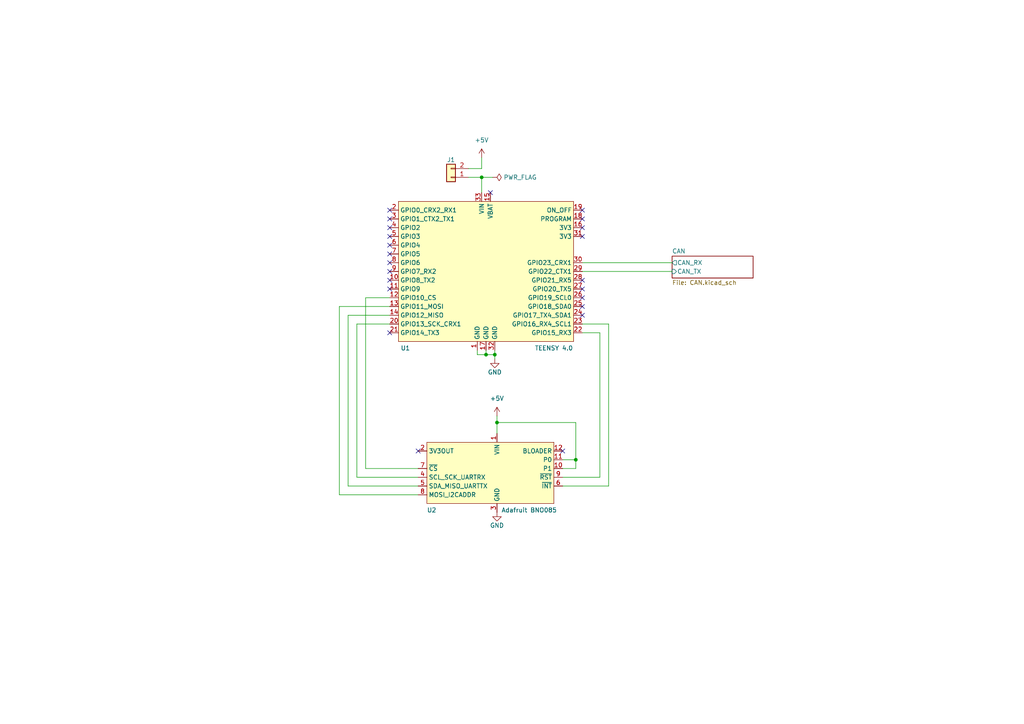
<source format=kicad_sch>
(kicad_sch (version 20230121) (generator eeschema)
  (paper "A4")
  (title_block (title "Tandem Leveller IMU") (date "2025-02-20") (rev "V1.0") (company "(C) andy@britishideas.com 2025") (comment 1 "For personal use only, no commercial use") (comment 2 "Provided as-is, no warranty express or implied. Use at your own risk"))
  (lib_symbols
    (symbol "BritishIdeas2:Adafruit_BNO085"
      (property "Reference" "U" (at 1.27 -1.27 0))
      (property "Value" "Adafruit BNO085" (at 29.21 -1.27 0))
      (symbol "Adafruit_BNO085_1_1"
        (rectangle (start 0 17.78) (end 36.83 0) (fill (type background)))
        (pin power_in line (at 20.32 20.32 270) (length 2.54) (name "VIN") (number "1"))
        (pin input line (at 39.37 10.16 180) (length 2.54) (name "P1") (number "10"))
        (pin input line (at 39.37 12.7 180) (length 2.54) (name "P0") (number "11"))
        (pin input line (at 39.37 15.24 180) (length 2.54) (name "BLOADER") (number "12"))
        (pin power_out line (at -2.54 15.24 0) (length 2.54) (name "3V3OUT") (number "2"))
        (pin power_in line (at 20.32 -2.54 90) (length 2.54) (name "GND") (number "3"))
        (pin input line (at -2.54 7.62 0) (length 2.54) (name "SCL_SCK_UARTRX") (number "4"))
        (pin bidirectional line (at -2.54 5.08 0) (length 2.54) (name "SDA_MISO_UARTTX") (number "5"))
        (pin output line (at 39.37 5.08 180) (length 2.54) (name "~{INT}") (number "6"))
        (pin input line (at -2.54 10.16 0) (length 2.54) (name "~{CS}") (number "7"))
        (pin input line (at -2.54 2.54 0) (length 2.54) (name "MOSI_I2CADDR") (number "8"))
        (pin input line (at 39.37 7.62 180) (length 2.54) (name "~{RST}") (number "9"))
      )
    )
    (symbol "BritishIdeas2:Teensy_4.0"
      (property "Reference" "U" (at -27.94 -15.24 0))
      (symbol "Teensy_4.0_1_1"
        (rectangle (start 0 123.19) (end 50.8 82.55) (fill (type background)))
        (pin power_in line (at 22.86 80.01 90) (length 2.54) (name "GND") (number "1"))
        (pin passive line (at -2.54 100.33 0) (length 2.54) (name "GPIO8_TX2") (number "10"))
        (pin passive line (at -2.54 97.79 0) (length 2.54) (name "GPIO9") (number "11"))
        (pin passive line (at -2.54 95.25 0) (length 2.54) (name "GPIO10_CS") (number "12"))
        (pin passive line (at -2.54 92.71 0) (length 2.54) (name "GPIO11_MOSI") (number "13"))
        (pin passive line (at -2.54 90.17 0) (length 2.54) (name "GPIO12_MISO") (number "14"))
        (pin power_in line (at 26.67 125.73 270) (length 2.54) (name "VBAT") (number "15"))
        (pin power_out line (at 53.34 115.57 180) (length 2.54) (name "3V3") (number "16"))
        (pin power_in line (at 25.4 80.01 90) (length 2.54) (name "GND") (number "17"))
        (pin input line (at 53.34 118.11 180) (length 2.54) (name "PROGRAM") (number "18"))
        (pin input line (at 53.34 120.65 180) (length 2.54) (name "ON_OFF") (number "19"))
        (pin passive line (at -2.54 120.65 0) (length 2.54) (name "GPIO0_CRX2_RX1") (number "2"))
        (pin passive line (at -2.54 87.63 0) (length 2.54) (name "GPIO13_SCK_CRX1") (number "20"))
        (pin passive line (at -2.54 85.09 0) (length 2.54) (name "GPIO14_TX3") (number "21"))
        (pin passive line (at 53.34 85.09 180) (length 2.54) (name "GPIO15_RX3") (number "22"))
        (pin passive line (at 53.34 87.63 180) (length 2.54) (name "GPIO16_RX4_SCL1") (number "23"))
        (pin passive line (at 53.34 90.17 180) (length 2.54) (name "GPIO17_TX4_SDA1") (number "24"))
        (pin passive line (at 53.34 92.71 180) (length 2.54) (name "GPIO18_SDA0") (number "25"))
        (pin passive line (at 53.34 95.25 180) (length 2.54) (name "GPIO19_SCL0") (number "26"))
        (pin passive line (at 53.34 97.79 180) (length 2.54) (name "GPIO20_TX5") (number "27"))
        (pin passive line (at 53.34 100.33 180) (length 2.54) (name "GPIO21_RX5") (number "28"))
        (pin passive line (at 53.34 102.87 180) (length 2.54) (name "GPIO22_CTX1") (number "29"))
        (pin passive line (at -2.54 118.11 0) (length 2.54) (name "GPIO1_CTX2_TX1") (number "3"))
        (pin passive line (at 53.34 105.41 180) (length 2.54) (name "GPIO23_CRX1") (number "30"))
        (pin power_out line (at 53.34 113.03 180) (length 2.54) (name "3V3") (number "31"))
        (pin power_in line (at 27.94 80.01 90) (length 2.54) (name "GND") (number "32"))
        (pin power_in line (at 24.13 125.73 270) (length 2.54) (name "VIN") (number "33"))
        (pin passive line (at -2.54 115.57 0) (length 2.54) (name "GPIO2") (number "4"))
        (pin passive line (at -2.54 113.03 0) (length 2.54) (name "GPIO3") (number "5"))
        (pin passive line (at -2.54 110.49 0) (length 2.54) (name "GPIO4") (number "6"))
        (pin passive line (at -2.54 107.95 0) (length 2.54) (name "GPIO5") (number "7"))
        (pin passive line (at -2.54 105.41 0) (length 2.54) (name "GPIO6") (number "8"))
        (pin passive line (at -2.54 102.87 0) (length 2.54) (name "GPIO7_RX2") (number "9"))
      )
    )
    (symbol "Connector_Generic:Conn_01x02" (pin_names (offset 1.016) hide)
      (property "Reference" "J" (at 0 2.54 0))
      (property "Value" "Conn_01x02" (at 0 -5.08 0))
      (symbol "Conn_01x02_1_1"
        (rectangle (start -1.27 -2.413) (end 0 -2.667) (stroke (width 0.1524)))
        (rectangle (start -1.27 0.127) (end 0 -0.127) (stroke (width 0.1524)))
        (rectangle (start -1.27 1.27) (end 1.27 -3.81) (stroke (width 0.254)) (fill (type background)))
        (pin passive line (at -5.08 0 0) (length 3.81) (name "Pin_1") (number "1"))
        (pin passive line (at -5.08 -2.54 0) (length 3.81) (name "Pin_2") (number "2"))
      )
    )
    (symbol "power:+5V" (power) (pin_names (offset 0))
      (property "Value" "+5V" (at 0 3.556 0))
      (symbol "+5V_0_1"
        (polyline (pts (xy -0.762 1.27) (xy 0 2.54)))
        (polyline (pts (xy 0 0) (xy 0 2.54)))
        (polyline (pts (xy 0 2.54) (xy 0.762 1.27)))
      )
      (symbol "+5V_1_1"
        (pin power_in line (at 0 0 90) (length 0) hide (name "+5V") (number "1"))
      )
    )
    (symbol "power:GND" (power) (pin_names (offset 0))
      (property "Value" "GND" (at 0 -3.81 0))
      (symbol "GND_0_1"
        (polyline (pts (xy 0 0) (xy 0 -1.27) (xy 1.27 -1.27) (xy 0 -2.54) (xy -1.27 -1.27) (xy 0 -1.27)))
      )
      (symbol "GND_1_1"
        (pin power_in line (at 0 0 270) (length 0) hide (name "GND") (number "1"))
      )
    )
    (symbol "power:PWR_FLAG" (power) (pin_numbers hide) (pin_names (offset 0) hide)
      (property "Value" "PWR_FLAG" (at 0 3.81 0))
      (symbol "PWR_FLAG_0_0"
        (pin power_out line (at 0 0 90) (length 0) (name "pwr") (number "1"))
      )
      (symbol "PWR_FLAG_0_1"
        (polyline (pts (xy 0 0) (xy 0 1.27) (xy -1.016 1.905) (xy 0 2.54) (xy 1.016 1.905) (xy 0 1.27)))
      )
    )
  )
  (junction (at 167.005 133.35))
  (junction (at 139.7 51.435))
  (junction (at 144.145 122.555))
  (junction (at 143.51 102.87))
  (junction (at 140.97 102.87))
  (no_connect (at 142.24 55.88))
  (no_connect (at 168.91 88.9))
  (no_connect (at 168.91 60.96))
  (no_connect (at 113.03 66.04))
  (no_connect (at 121.285 130.81))
  (no_connect (at 113.03 73.66))
  (no_connect (at 168.91 68.58))
  (no_connect (at 168.91 63.5))
  (no_connect (at 163.195 130.81))
  (no_connect (at 113.03 60.96))
  (no_connect (at 113.03 81.28))
  (no_connect (at 168.91 86.36))
  (no_connect (at 168.91 91.44))
  (no_connect (at 113.03 68.58))
  (no_connect (at 168.91 83.82))
  (no_connect (at 168.91 81.28))
  (no_connect (at 113.03 76.2))
  (no_connect (at 113.03 78.74))
  (no_connect (at 113.03 96.52))
  (no_connect (at 113.03 83.82))
  (no_connect (at 168.91 66.04))
  (no_connect (at 113.03 71.12))
  (no_connect (at 113.03 63.5))
  (wire (pts (xy 139.7 48.895) (xy 135.89 48.895)))
  (wire (pts (xy 168.91 78.74) (xy 194.945 78.74)))
  (wire (pts (xy 139.7 51.435) (xy 142.875 51.435)))
  (wire (pts (xy 144.145 125.73) (xy 144.145 122.555)))
  (wire (pts (xy 144.145 120.65) (xy 144.145 122.555)))
  (wire (pts (xy 176.53 93.98) (xy 168.91 93.98)))
  (wire (pts (xy 163.195 138.43) (xy 173.99 138.43)))
  (wire (pts (xy 113.03 91.44) (xy 100.965 91.44)))
  (wire (pts (xy 144.145 122.555) (xy 167.005 122.555)))
  (wire (pts (xy 176.53 140.97) (xy 176.53 93.98)))
  (wire (pts (xy 98.425 143.51) (xy 121.285 143.51)))
  (wire (pts (xy 143.51 101.6) (xy 143.51 102.87)))
  (wire (pts (xy 103.505 93.98) (xy 103.505 138.43)))
  (wire (pts (xy 140.97 101.6) (xy 140.97 102.87)))
  (wire (pts (xy 163.195 135.89) (xy 167.005 135.89)))
  (wire (pts (xy 139.7 51.435) (xy 135.89 51.435)))
  (wire (pts (xy 139.7 51.435) (xy 139.7 55.88)))
  (wire (pts (xy 103.505 138.43) (xy 121.285 138.43)))
  (wire (pts (xy 100.965 91.44) (xy 100.965 140.97)))
  (wire (pts (xy 98.425 88.9) (xy 98.425 143.51)))
  (wire (pts (xy 138.43 101.6) (xy 138.43 102.87)))
  (wire (pts (xy 140.97 102.87) (xy 143.51 102.87)))
  (wire (pts (xy 173.99 138.43) (xy 173.99 96.52)))
  (wire (pts (xy 139.7 45.72) (xy 139.7 48.895)))
  (wire (pts (xy 167.005 122.555) (xy 167.005 133.35)))
  (wire (pts (xy 113.03 93.98) (xy 103.505 93.98)))
  (wire (pts (xy 143.51 102.87) (xy 143.51 104.14)))
  (wire (pts (xy 173.99 96.52) (xy 168.91 96.52)))
  (wire (pts (xy 113.03 86.36) (xy 106.045 86.36)))
  (wire (pts (xy 100.965 140.97) (xy 121.285 140.97)))
  (wire (pts (xy 106.045 86.36) (xy 106.045 135.89)))
  (wire (pts (xy 106.045 135.89) (xy 121.285 135.89)))
  (wire (pts (xy 168.91 76.2) (xy 194.945 76.2)))
  (wire (pts (xy 113.03 88.9) (xy 98.425 88.9)))
  (wire (pts (xy 163.195 140.97) (xy 176.53 140.97)))
  (wire (pts (xy 167.005 133.35) (xy 163.195 133.35)))
  (wire (pts (xy 167.005 135.89) (xy 167.005 133.35)))
  (wire (pts (xy 138.43 102.87) (xy 140.97 102.87)))
  (symbol (lib_id "power:+5V") (at 139.7 45.72 0) (unit 1)
    (property "Reference" "#PWR01" (effects hide))
    (property "Value" "+5V" (at 139.7 40.64 0))
  )
  (symbol (lib_id "power:+5V") (at 144.145 120.65 0) (unit 1)
    (property "Reference" "#PWR03" (effects hide))
    (property "Value" "+5V" (at 144.145 115.57 0))
  )
  (symbol (lib_id "power:GND") (at 143.51 104.14 0) (unit 1)
    (property "Reference" "#PWR02" (effects hide))
    (property "Value" "GND" (at 143.51 107.95 0))
  )
  (symbol (lib_id "Connector_Generic:Conn_01x02") (at 130.81 51.435 180) (unit 1)
    (property "Reference" "J1" (at 130.81 46.355 0))
    (property "Value" "Conn_01x02" (effects hide))
    (property "Footprint" "Connector_PinHeader_2.54mm:PinHeader_1x02_P2.54mm_Vertical" (effects hide))
    (property "LCSC" "C7494857" (effects hide))
  )
  (symbol (lib_id "BritishIdeas2:Adafruit_BNO085") (at 123.825 146.05 0) (unit 1)
    (property "Reference" "U2" (at 123.825 147.955 0) (effects (justify left)))
    (property "Value" "Adafruit BNO085" (at 145.415 147.955 0) (effects (justify left)))
    (property "Footprint" "Britishideas:Adafruit_BNO085" (effects hide))
    (property "LCSC" "C350307" (effects hide))
  )
  (symbol (lib_id "power:GND") (at 144.145 148.59 0) (unit 1)
    (property "Reference" "#PWR04" (effects hide))
    (property "Value" "GND" (at 144.145 152.4 0))
  )
  (symbol (lib_id "power:PWR_FLAG") (at 142.875 51.435 270) (unit 1)
    (property "Reference" "#FLG01" (effects hide))
    (property "Value" "PWR_FLAG" (at 146.05 51.435 90) (effects (justify left)))
  )
  (symbol (lib_id "BritishIdeas2:Teensy_4.0") (at 115.57 181.61 0) (unit 1)
    (property "Reference" "U1" (at 116.205 100.965 0) (effects (justify left)))
    (property "Value" "TEENSY 4.0" (at 160.655 100.965 0))
    (property "Footprint" "Britishideas:Teensy_4.0" (effects hide))
    (property "LCSC" "C2897377" (effects hide))
  )
  (sheet (at 194.945 74.295) (size 23.495 6.35) (stroke (width 0.1524))
    (property "Sheetname" "CAN" (at 194.945 73.5834 0) (effects (justify left bottom)))
    (property "Sheetfile" "CAN.kicad_sch" (at 194.945 81.2296 0) (effects (justify left top)))
    (pin "CAN_TX" input (at 194.945 78.74 180))
    (pin "CAN_RX" output (at 194.945 76.2 180))
  )
)
</source>
